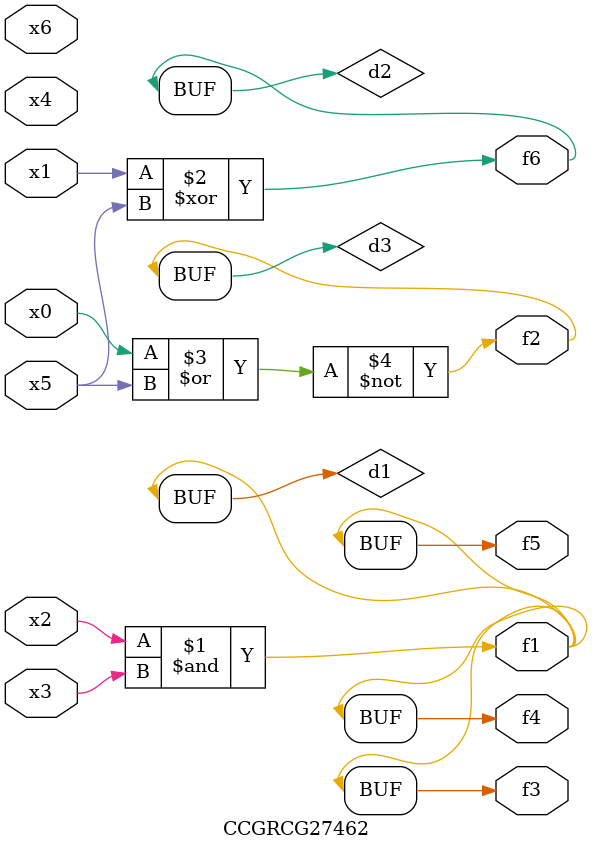
<source format=v>
module CCGRCG27462(
	input x0, x1, x2, x3, x4, x5, x6,
	output f1, f2, f3, f4, f5, f6
);

	wire d1, d2, d3;

	and (d1, x2, x3);
	xor (d2, x1, x5);
	nor (d3, x0, x5);
	assign f1 = d1;
	assign f2 = d3;
	assign f3 = d1;
	assign f4 = d1;
	assign f5 = d1;
	assign f6 = d2;
endmodule

</source>
